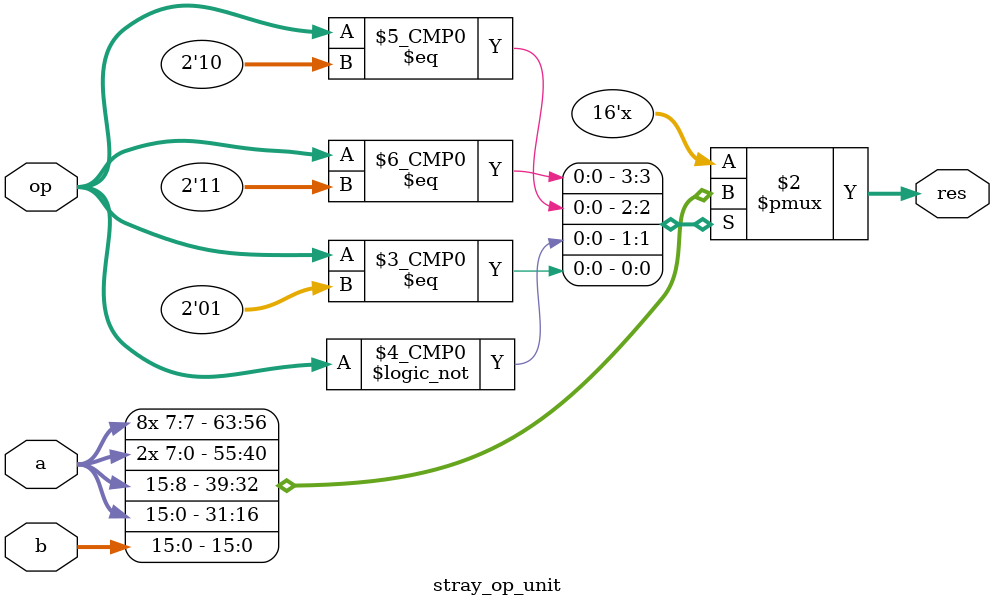
<source format=sv>




/*
 * Stray operations unit
 * Contains the logic to perform n-bit miscellaneous operations
 * that are needed throughout the CPU's execution.
 * The execution different operations are determined by the 
 * 2-bit "op" signal. 
 * here are the currently supported operations, in order:
 * Pass a (00), pass b (01), Swap bytes in a (10), Sign extend lower byte in a (11)
 */
module stray_op_unit
#(
	parameter WORD = 16
 )
(
	input wire[1:0] op,
	input wire[WORD-1:0] a, b,
	output reg[WORD-1:0] res
);

localparam HALF_WORD = WORD/2;

// Ordering of the operations that are selected via the op signal
enum {PASS_A, PASS_B, SWPB, SXT} STRAY_OPERATIONS;

// operation selection procedure
always @ (*) begin
    case (op)
    	SXT:	res <= {{HALF_WORD{a[HALF_WORD-1]}}, a[HALF_WORD-1:0]};
    	SWPB:	res <= {a[HALF_WORD-1:0], a[WORD-1:HALF_WORD]};
    	PASS_A:	res <= a;
    	PASS_B:	res <= b;
    endcase
end
endmodule
</source>
